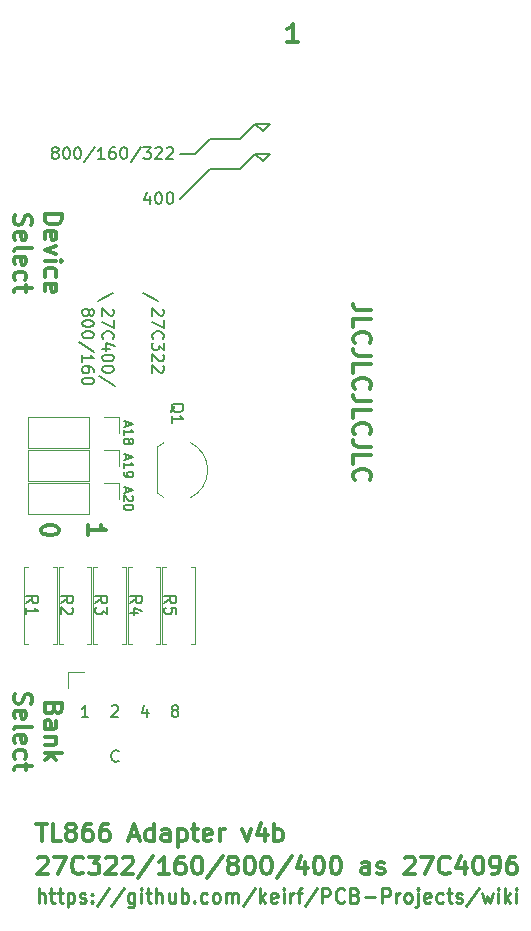
<source format=gto>
G04 #@! TF.GenerationSoftware,KiCad,Pcbnew,(5.1.6-0-10_14)*
G04 #@! TF.CreationDate,2021-01-24T22:58:42+01:00*
G04 #@! TF.ProjectId,27c322,32376333-3232-42e6-9b69-6361645f7063,rev?*
G04 #@! TF.SameCoordinates,Original*
G04 #@! TF.FileFunction,Legend,Top*
G04 #@! TF.FilePolarity,Positive*
%FSLAX46Y46*%
G04 Gerber Fmt 4.6, Leading zero omitted, Abs format (unit mm)*
G04 Created by KiCad (PCBNEW (5.1.6-0-10_14)) date 2021-01-24 22:58:42*
%MOMM*%
%LPD*%
G01*
G04 APERTURE LIST*
%ADD10C,0.300000*%
%ADD11C,0.200000*%
%ADD12C,0.250000*%
%ADD13C,0.120000*%
%ADD14C,0.150000*%
G04 APERTURE END LIST*
D10*
X145728428Y-77399428D02*
X144657000Y-77399428D01*
X144442714Y-77328000D01*
X144299857Y-77185142D01*
X144228428Y-76970857D01*
X144228428Y-76828000D01*
X144228428Y-78828000D02*
X144228428Y-78113714D01*
X145728428Y-78113714D01*
X144371285Y-80185142D02*
X144299857Y-80113714D01*
X144228428Y-79899428D01*
X144228428Y-79756571D01*
X144299857Y-79542285D01*
X144442714Y-79399428D01*
X144585571Y-79328000D01*
X144871285Y-79256571D01*
X145085571Y-79256571D01*
X145371285Y-79328000D01*
X145514142Y-79399428D01*
X145657000Y-79542285D01*
X145728428Y-79756571D01*
X145728428Y-79899428D01*
X145657000Y-80113714D01*
X145585571Y-80185142D01*
X145728428Y-81256571D02*
X144657000Y-81256571D01*
X144442714Y-81185142D01*
X144299857Y-81042285D01*
X144228428Y-80828000D01*
X144228428Y-80685142D01*
X144228428Y-82685142D02*
X144228428Y-81970857D01*
X145728428Y-81970857D01*
X144371285Y-84042285D02*
X144299857Y-83970857D01*
X144228428Y-83756571D01*
X144228428Y-83613714D01*
X144299857Y-83399428D01*
X144442714Y-83256571D01*
X144585571Y-83185142D01*
X144871285Y-83113714D01*
X145085571Y-83113714D01*
X145371285Y-83185142D01*
X145514142Y-83256571D01*
X145657000Y-83399428D01*
X145728428Y-83613714D01*
X145728428Y-83756571D01*
X145657000Y-83970857D01*
X145585571Y-84042285D01*
X145728428Y-85113714D02*
X144657000Y-85113714D01*
X144442714Y-85042285D01*
X144299857Y-84899428D01*
X144228428Y-84685142D01*
X144228428Y-84542285D01*
X144228428Y-86542285D02*
X144228428Y-85828000D01*
X145728428Y-85828000D01*
X144371285Y-87899428D02*
X144299857Y-87828000D01*
X144228428Y-87613714D01*
X144228428Y-87470857D01*
X144299857Y-87256571D01*
X144442714Y-87113714D01*
X144585571Y-87042285D01*
X144871285Y-86970857D01*
X145085571Y-86970857D01*
X145371285Y-87042285D01*
X145514142Y-87113714D01*
X145657000Y-87256571D01*
X145728428Y-87470857D01*
X145728428Y-87613714D01*
X145657000Y-87828000D01*
X145585571Y-87899428D01*
X145728428Y-88970857D02*
X144657000Y-88970857D01*
X144442714Y-88899428D01*
X144299857Y-88756571D01*
X144228428Y-88542285D01*
X144228428Y-88399428D01*
X144228428Y-90399428D02*
X144228428Y-89685142D01*
X145728428Y-89685142D01*
X144371285Y-91756571D02*
X144299857Y-91685142D01*
X144228428Y-91470857D01*
X144228428Y-91328000D01*
X144299857Y-91113714D01*
X144442714Y-90970857D01*
X144585571Y-90899428D01*
X144871285Y-90828000D01*
X145085571Y-90828000D01*
X145371285Y-90899428D01*
X145514142Y-90970857D01*
X145657000Y-91113714D01*
X145728428Y-91328000D01*
X145728428Y-91470857D01*
X145657000Y-91685142D01*
X145585571Y-91756571D01*
X121749428Y-96440571D02*
X121749428Y-95583428D01*
X121749428Y-96012000D02*
X123249428Y-96012000D01*
X123035142Y-95869142D01*
X122892285Y-95726285D01*
X122820857Y-95583428D01*
X117796571Y-96083428D02*
X117796571Y-95940571D01*
X117868000Y-95797714D01*
X117939428Y-95726285D01*
X118082285Y-95654857D01*
X118368000Y-95583428D01*
X118725142Y-95583428D01*
X119010857Y-95654857D01*
X119153714Y-95726285D01*
X119225142Y-95797714D01*
X119296571Y-95940571D01*
X119296571Y-96083428D01*
X119225142Y-96226285D01*
X119153714Y-96297714D01*
X119010857Y-96369142D01*
X118725142Y-96440571D01*
X118368000Y-96440571D01*
X118082285Y-96369142D01*
X117939428Y-96297714D01*
X117868000Y-96226285D01*
X117796571Y-96083428D01*
X117389000Y-120844571D02*
X118246142Y-120844571D01*
X117817571Y-122344571D02*
X117817571Y-120844571D01*
X119460428Y-122344571D02*
X118746142Y-122344571D01*
X118746142Y-120844571D01*
X120174714Y-121487428D02*
X120031857Y-121416000D01*
X119960428Y-121344571D01*
X119889000Y-121201714D01*
X119889000Y-121130285D01*
X119960428Y-120987428D01*
X120031857Y-120916000D01*
X120174714Y-120844571D01*
X120460428Y-120844571D01*
X120603285Y-120916000D01*
X120674714Y-120987428D01*
X120746142Y-121130285D01*
X120746142Y-121201714D01*
X120674714Y-121344571D01*
X120603285Y-121416000D01*
X120460428Y-121487428D01*
X120174714Y-121487428D01*
X120031857Y-121558857D01*
X119960428Y-121630285D01*
X119889000Y-121773142D01*
X119889000Y-122058857D01*
X119960428Y-122201714D01*
X120031857Y-122273142D01*
X120174714Y-122344571D01*
X120460428Y-122344571D01*
X120603285Y-122273142D01*
X120674714Y-122201714D01*
X120746142Y-122058857D01*
X120746142Y-121773142D01*
X120674714Y-121630285D01*
X120603285Y-121558857D01*
X120460428Y-121487428D01*
X122031857Y-120844571D02*
X121746142Y-120844571D01*
X121603285Y-120916000D01*
X121531857Y-120987428D01*
X121389000Y-121201714D01*
X121317571Y-121487428D01*
X121317571Y-122058857D01*
X121389000Y-122201714D01*
X121460428Y-122273142D01*
X121603285Y-122344571D01*
X121889000Y-122344571D01*
X122031857Y-122273142D01*
X122103285Y-122201714D01*
X122174714Y-122058857D01*
X122174714Y-121701714D01*
X122103285Y-121558857D01*
X122031857Y-121487428D01*
X121889000Y-121416000D01*
X121603285Y-121416000D01*
X121460428Y-121487428D01*
X121389000Y-121558857D01*
X121317571Y-121701714D01*
X123460428Y-120844571D02*
X123174714Y-120844571D01*
X123031857Y-120916000D01*
X122960428Y-120987428D01*
X122817571Y-121201714D01*
X122746142Y-121487428D01*
X122746142Y-122058857D01*
X122817571Y-122201714D01*
X122889000Y-122273142D01*
X123031857Y-122344571D01*
X123317571Y-122344571D01*
X123460428Y-122273142D01*
X123531857Y-122201714D01*
X123603285Y-122058857D01*
X123603285Y-121701714D01*
X123531857Y-121558857D01*
X123460428Y-121487428D01*
X123317571Y-121416000D01*
X123031857Y-121416000D01*
X122889000Y-121487428D01*
X122817571Y-121558857D01*
X122746142Y-121701714D01*
X125317571Y-121916000D02*
X126031857Y-121916000D01*
X125174714Y-122344571D02*
X125674714Y-120844571D01*
X126174714Y-122344571D01*
X127317571Y-122344571D02*
X127317571Y-120844571D01*
X127317571Y-122273142D02*
X127174714Y-122344571D01*
X126889000Y-122344571D01*
X126746142Y-122273142D01*
X126674714Y-122201714D01*
X126603285Y-122058857D01*
X126603285Y-121630285D01*
X126674714Y-121487428D01*
X126746142Y-121416000D01*
X126889000Y-121344571D01*
X127174714Y-121344571D01*
X127317571Y-121416000D01*
X128674714Y-122344571D02*
X128674714Y-121558857D01*
X128603285Y-121416000D01*
X128460428Y-121344571D01*
X128174714Y-121344571D01*
X128031857Y-121416000D01*
X128674714Y-122273142D02*
X128531857Y-122344571D01*
X128174714Y-122344571D01*
X128031857Y-122273142D01*
X127960428Y-122130285D01*
X127960428Y-121987428D01*
X128031857Y-121844571D01*
X128174714Y-121773142D01*
X128531857Y-121773142D01*
X128674714Y-121701714D01*
X129388999Y-121344571D02*
X129388999Y-122844571D01*
X129388999Y-121416000D02*
X129531857Y-121344571D01*
X129817571Y-121344571D01*
X129960428Y-121416000D01*
X130031857Y-121487428D01*
X130103285Y-121630285D01*
X130103285Y-122058857D01*
X130031857Y-122201714D01*
X129960428Y-122273142D01*
X129817571Y-122344571D01*
X129531857Y-122344571D01*
X129388999Y-122273142D01*
X130531857Y-121344571D02*
X131103285Y-121344571D01*
X130746142Y-120844571D02*
X130746142Y-122130285D01*
X130817571Y-122273142D01*
X130960428Y-122344571D01*
X131103285Y-122344571D01*
X132174714Y-122273142D02*
X132031857Y-122344571D01*
X131746142Y-122344571D01*
X131603285Y-122273142D01*
X131531857Y-122130285D01*
X131531857Y-121558857D01*
X131603285Y-121416000D01*
X131746142Y-121344571D01*
X132031857Y-121344571D01*
X132174714Y-121416000D01*
X132246142Y-121558857D01*
X132246142Y-121701714D01*
X131531857Y-121844571D01*
X132888999Y-122344571D02*
X132888999Y-121344571D01*
X132888999Y-121630285D02*
X132960428Y-121487428D01*
X133031857Y-121416000D01*
X133174714Y-121344571D01*
X133317571Y-121344571D01*
X134817571Y-121344571D02*
X135174714Y-122344571D01*
X135531857Y-121344571D01*
X136746142Y-121344571D02*
X136746142Y-122344571D01*
X136389000Y-120773142D02*
X136031857Y-121844571D01*
X136960428Y-121844571D01*
X137531857Y-122344571D02*
X137531857Y-120844571D01*
X137531857Y-121416000D02*
X137674714Y-121344571D01*
X137960428Y-121344571D01*
X138103285Y-121416000D01*
X138174714Y-121487428D01*
X138246142Y-121630285D01*
X138246142Y-122058857D01*
X138174714Y-122201714D01*
X138103285Y-122273142D01*
X137960428Y-122344571D01*
X137674714Y-122344571D01*
X137531857Y-122273142D01*
X118857142Y-111172857D02*
X118785714Y-111387142D01*
X118714285Y-111458571D01*
X118571428Y-111530000D01*
X118357142Y-111530000D01*
X118214285Y-111458571D01*
X118142857Y-111387142D01*
X118071428Y-111244285D01*
X118071428Y-110672857D01*
X119571428Y-110672857D01*
X119571428Y-111172857D01*
X119500000Y-111315714D01*
X119428571Y-111387142D01*
X119285714Y-111458571D01*
X119142857Y-111458571D01*
X119000000Y-111387142D01*
X118928571Y-111315714D01*
X118857142Y-111172857D01*
X118857142Y-110672857D01*
X118071428Y-112815714D02*
X118857142Y-112815714D01*
X119000000Y-112744285D01*
X119071428Y-112601428D01*
X119071428Y-112315714D01*
X119000000Y-112172857D01*
X118142857Y-112815714D02*
X118071428Y-112672857D01*
X118071428Y-112315714D01*
X118142857Y-112172857D01*
X118285714Y-112101428D01*
X118428571Y-112101428D01*
X118571428Y-112172857D01*
X118642857Y-112315714D01*
X118642857Y-112672857D01*
X118714285Y-112815714D01*
X119071428Y-113530000D02*
X118071428Y-113530000D01*
X118928571Y-113530000D02*
X119000000Y-113601428D01*
X119071428Y-113744285D01*
X119071428Y-113958571D01*
X119000000Y-114101428D01*
X118857142Y-114172857D01*
X118071428Y-114172857D01*
X118071428Y-114887142D02*
X119571428Y-114887142D01*
X118642857Y-115030000D02*
X118071428Y-115458571D01*
X119071428Y-115458571D02*
X118500000Y-114887142D01*
X115592857Y-109851428D02*
X115521428Y-110065714D01*
X115521428Y-110422857D01*
X115592857Y-110565714D01*
X115664285Y-110637142D01*
X115807142Y-110708571D01*
X115950000Y-110708571D01*
X116092857Y-110637142D01*
X116164285Y-110565714D01*
X116235714Y-110422857D01*
X116307142Y-110137142D01*
X116378571Y-109994285D01*
X116450000Y-109922857D01*
X116592857Y-109851428D01*
X116735714Y-109851428D01*
X116878571Y-109922857D01*
X116950000Y-109994285D01*
X117021428Y-110137142D01*
X117021428Y-110494285D01*
X116950000Y-110708571D01*
X115592857Y-111922857D02*
X115521428Y-111780000D01*
X115521428Y-111494285D01*
X115592857Y-111351428D01*
X115735714Y-111280000D01*
X116307142Y-111280000D01*
X116450000Y-111351428D01*
X116521428Y-111494285D01*
X116521428Y-111780000D01*
X116450000Y-111922857D01*
X116307142Y-111994285D01*
X116164285Y-111994285D01*
X116021428Y-111280000D01*
X115521428Y-112851428D02*
X115592857Y-112708571D01*
X115735714Y-112637142D01*
X117021428Y-112637142D01*
X115592857Y-113994285D02*
X115521428Y-113851428D01*
X115521428Y-113565714D01*
X115592857Y-113422857D01*
X115735714Y-113351428D01*
X116307142Y-113351428D01*
X116450000Y-113422857D01*
X116521428Y-113565714D01*
X116521428Y-113851428D01*
X116450000Y-113994285D01*
X116307142Y-114065714D01*
X116164285Y-114065714D01*
X116021428Y-113351428D01*
X115592857Y-115351428D02*
X115521428Y-115208571D01*
X115521428Y-114922857D01*
X115592857Y-114780000D01*
X115664285Y-114708571D01*
X115807142Y-114637142D01*
X116235714Y-114637142D01*
X116378571Y-114708571D01*
X116450000Y-114780000D01*
X116521428Y-114922857D01*
X116521428Y-115208571D01*
X116450000Y-115351428D01*
X116521428Y-115780000D02*
X116521428Y-116351428D01*
X117021428Y-115994285D02*
X115735714Y-115994285D01*
X115592857Y-116065714D01*
X115521428Y-116208571D01*
X115521428Y-116351428D01*
X118071428Y-69267000D02*
X119571428Y-69267000D01*
X119571428Y-69624142D01*
X119500000Y-69838428D01*
X119357142Y-69981285D01*
X119214285Y-70052714D01*
X118928571Y-70124142D01*
X118714285Y-70124142D01*
X118428571Y-70052714D01*
X118285714Y-69981285D01*
X118142857Y-69838428D01*
X118071428Y-69624142D01*
X118071428Y-69267000D01*
X118142857Y-71338428D02*
X118071428Y-71195571D01*
X118071428Y-70909857D01*
X118142857Y-70767000D01*
X118285714Y-70695571D01*
X118857142Y-70695571D01*
X119000000Y-70767000D01*
X119071428Y-70909857D01*
X119071428Y-71195571D01*
X119000000Y-71338428D01*
X118857142Y-71409857D01*
X118714285Y-71409857D01*
X118571428Y-70695571D01*
X119071428Y-71909857D02*
X118071428Y-72267000D01*
X119071428Y-72624142D01*
X118071428Y-73195571D02*
X119071428Y-73195571D01*
X119571428Y-73195571D02*
X119500000Y-73124142D01*
X119428571Y-73195571D01*
X119500000Y-73267000D01*
X119571428Y-73195571D01*
X119428571Y-73195571D01*
X118142857Y-74552714D02*
X118071428Y-74409857D01*
X118071428Y-74124142D01*
X118142857Y-73981285D01*
X118214285Y-73909857D01*
X118357142Y-73838428D01*
X118785714Y-73838428D01*
X118928571Y-73909857D01*
X119000000Y-73981285D01*
X119071428Y-74124142D01*
X119071428Y-74409857D01*
X119000000Y-74552714D01*
X118142857Y-75767000D02*
X118071428Y-75624142D01*
X118071428Y-75338428D01*
X118142857Y-75195571D01*
X118285714Y-75124142D01*
X118857142Y-75124142D01*
X119000000Y-75195571D01*
X119071428Y-75338428D01*
X119071428Y-75624142D01*
X119000000Y-75767000D01*
X118857142Y-75838428D01*
X118714285Y-75838428D01*
X118571428Y-75124142D01*
X115592857Y-69338428D02*
X115521428Y-69552714D01*
X115521428Y-69909857D01*
X115592857Y-70052714D01*
X115664285Y-70124142D01*
X115807142Y-70195571D01*
X115950000Y-70195571D01*
X116092857Y-70124142D01*
X116164285Y-70052714D01*
X116235714Y-69909857D01*
X116307142Y-69624142D01*
X116378571Y-69481285D01*
X116450000Y-69409857D01*
X116592857Y-69338428D01*
X116735714Y-69338428D01*
X116878571Y-69409857D01*
X116950000Y-69481285D01*
X117021428Y-69624142D01*
X117021428Y-69981285D01*
X116950000Y-70195571D01*
X115592857Y-71409857D02*
X115521428Y-71267000D01*
X115521428Y-70981285D01*
X115592857Y-70838428D01*
X115735714Y-70767000D01*
X116307142Y-70767000D01*
X116450000Y-70838428D01*
X116521428Y-70981285D01*
X116521428Y-71267000D01*
X116450000Y-71409857D01*
X116307142Y-71481285D01*
X116164285Y-71481285D01*
X116021428Y-70767000D01*
X115521428Y-72338428D02*
X115592857Y-72195571D01*
X115735714Y-72124142D01*
X117021428Y-72124142D01*
X115592857Y-73481285D02*
X115521428Y-73338428D01*
X115521428Y-73052714D01*
X115592857Y-72909857D01*
X115735714Y-72838428D01*
X116307142Y-72838428D01*
X116450000Y-72909857D01*
X116521428Y-73052714D01*
X116521428Y-73338428D01*
X116450000Y-73481285D01*
X116307142Y-73552714D01*
X116164285Y-73552714D01*
X116021428Y-72838428D01*
X115592857Y-74838428D02*
X115521428Y-74695571D01*
X115521428Y-74409857D01*
X115592857Y-74267000D01*
X115664285Y-74195571D01*
X115807142Y-74124142D01*
X116235714Y-74124142D01*
X116378571Y-74195571D01*
X116450000Y-74267000D01*
X116521428Y-74409857D01*
X116521428Y-74695571D01*
X116450000Y-74838428D01*
X116521428Y-75267000D02*
X116521428Y-75838428D01*
X117021428Y-75481285D02*
X115735714Y-75481285D01*
X115592857Y-75552714D01*
X115521428Y-75695571D01*
X115521428Y-75838428D01*
D11*
X127635000Y-76581000D02*
X126365000Y-75946000D01*
X122555000Y-76581000D02*
X123825000Y-75946000D01*
X123857380Y-77282476D02*
X123905000Y-77330095D01*
X123952619Y-77425333D01*
X123952619Y-77663428D01*
X123905000Y-77758666D01*
X123857380Y-77806285D01*
X123762142Y-77853904D01*
X123666904Y-77853904D01*
X123524047Y-77806285D01*
X122952619Y-77234857D01*
X122952619Y-77853904D01*
X123952619Y-78187238D02*
X123952619Y-78853904D01*
X122952619Y-78425333D01*
X123047857Y-79806285D02*
X123000238Y-79758666D01*
X122952619Y-79615809D01*
X122952619Y-79520571D01*
X123000238Y-79377714D01*
X123095476Y-79282476D01*
X123190714Y-79234857D01*
X123381190Y-79187238D01*
X123524047Y-79187238D01*
X123714523Y-79234857D01*
X123809761Y-79282476D01*
X123905000Y-79377714D01*
X123952619Y-79520571D01*
X123952619Y-79615809D01*
X123905000Y-79758666D01*
X123857380Y-79806285D01*
X123619285Y-80663428D02*
X122952619Y-80663428D01*
X124000238Y-80425333D02*
X123285952Y-80187238D01*
X123285952Y-80806285D01*
X123952619Y-81377714D02*
X123952619Y-81472952D01*
X123905000Y-81568190D01*
X123857380Y-81615809D01*
X123762142Y-81663428D01*
X123571666Y-81711047D01*
X123333571Y-81711047D01*
X123143095Y-81663428D01*
X123047857Y-81615809D01*
X123000238Y-81568190D01*
X122952619Y-81472952D01*
X122952619Y-81377714D01*
X123000238Y-81282476D01*
X123047857Y-81234857D01*
X123143095Y-81187238D01*
X123333571Y-81139619D01*
X123571666Y-81139619D01*
X123762142Y-81187238D01*
X123857380Y-81234857D01*
X123905000Y-81282476D01*
X123952619Y-81377714D01*
X123952619Y-82330095D02*
X123952619Y-82425333D01*
X123905000Y-82520571D01*
X123857380Y-82568190D01*
X123762142Y-82615809D01*
X123571666Y-82663428D01*
X123333571Y-82663428D01*
X123143095Y-82615809D01*
X123047857Y-82568190D01*
X123000238Y-82520571D01*
X122952619Y-82425333D01*
X122952619Y-82330095D01*
X123000238Y-82234857D01*
X123047857Y-82187238D01*
X123143095Y-82139619D01*
X123333571Y-82092000D01*
X123571666Y-82092000D01*
X123762142Y-82139619D01*
X123857380Y-82187238D01*
X123905000Y-82234857D01*
X123952619Y-82330095D01*
X124000238Y-83806285D02*
X122714523Y-82949142D01*
X121824047Y-77472952D02*
X121871666Y-77377714D01*
X121919285Y-77330095D01*
X122014523Y-77282476D01*
X122062142Y-77282476D01*
X122157380Y-77330095D01*
X122205000Y-77377714D01*
X122252619Y-77472952D01*
X122252619Y-77663428D01*
X122205000Y-77758666D01*
X122157380Y-77806285D01*
X122062142Y-77853904D01*
X122014523Y-77853904D01*
X121919285Y-77806285D01*
X121871666Y-77758666D01*
X121824047Y-77663428D01*
X121824047Y-77472952D01*
X121776428Y-77377714D01*
X121728809Y-77330095D01*
X121633571Y-77282476D01*
X121443095Y-77282476D01*
X121347857Y-77330095D01*
X121300238Y-77377714D01*
X121252619Y-77472952D01*
X121252619Y-77663428D01*
X121300238Y-77758666D01*
X121347857Y-77806285D01*
X121443095Y-77853904D01*
X121633571Y-77853904D01*
X121728809Y-77806285D01*
X121776428Y-77758666D01*
X121824047Y-77663428D01*
X122252619Y-78472952D02*
X122252619Y-78568190D01*
X122205000Y-78663428D01*
X122157380Y-78711047D01*
X122062142Y-78758666D01*
X121871666Y-78806285D01*
X121633571Y-78806285D01*
X121443095Y-78758666D01*
X121347857Y-78711047D01*
X121300238Y-78663428D01*
X121252619Y-78568190D01*
X121252619Y-78472952D01*
X121300238Y-78377714D01*
X121347857Y-78330095D01*
X121443095Y-78282476D01*
X121633571Y-78234857D01*
X121871666Y-78234857D01*
X122062142Y-78282476D01*
X122157380Y-78330095D01*
X122205000Y-78377714D01*
X122252619Y-78472952D01*
X122252619Y-79425333D02*
X122252619Y-79520571D01*
X122205000Y-79615809D01*
X122157380Y-79663428D01*
X122062142Y-79711047D01*
X121871666Y-79758666D01*
X121633571Y-79758666D01*
X121443095Y-79711047D01*
X121347857Y-79663428D01*
X121300238Y-79615809D01*
X121252619Y-79520571D01*
X121252619Y-79425333D01*
X121300238Y-79330095D01*
X121347857Y-79282476D01*
X121443095Y-79234857D01*
X121633571Y-79187238D01*
X121871666Y-79187238D01*
X122062142Y-79234857D01*
X122157380Y-79282476D01*
X122205000Y-79330095D01*
X122252619Y-79425333D01*
X122300238Y-80901523D02*
X121014523Y-80044380D01*
X121252619Y-81758666D02*
X121252619Y-81187238D01*
X121252619Y-81472952D02*
X122252619Y-81472952D01*
X122109761Y-81377714D01*
X122014523Y-81282476D01*
X121966904Y-81187238D01*
X122252619Y-82615809D02*
X122252619Y-82425333D01*
X122205000Y-82330095D01*
X122157380Y-82282476D01*
X122014523Y-82187238D01*
X121824047Y-82139619D01*
X121443095Y-82139619D01*
X121347857Y-82187238D01*
X121300238Y-82234857D01*
X121252619Y-82330095D01*
X121252619Y-82520571D01*
X121300238Y-82615809D01*
X121347857Y-82663428D01*
X121443095Y-82711047D01*
X121681190Y-82711047D01*
X121776428Y-82663428D01*
X121824047Y-82615809D01*
X121871666Y-82520571D01*
X121871666Y-82330095D01*
X121824047Y-82234857D01*
X121776428Y-82187238D01*
X121681190Y-82139619D01*
X122252619Y-83330095D02*
X122252619Y-83425333D01*
X122205000Y-83520571D01*
X122157380Y-83568190D01*
X122062142Y-83615809D01*
X121871666Y-83663428D01*
X121633571Y-83663428D01*
X121443095Y-83615809D01*
X121347857Y-83568190D01*
X121300238Y-83520571D01*
X121252619Y-83425333D01*
X121252619Y-83330095D01*
X121300238Y-83234857D01*
X121347857Y-83187238D01*
X121443095Y-83139619D01*
X121633571Y-83092000D01*
X121871666Y-83092000D01*
X122062142Y-83139619D01*
X122157380Y-83187238D01*
X122205000Y-83234857D01*
X122252619Y-83330095D01*
X128087380Y-77282476D02*
X128135000Y-77330095D01*
X128182619Y-77425333D01*
X128182619Y-77663428D01*
X128135000Y-77758666D01*
X128087380Y-77806285D01*
X127992142Y-77853904D01*
X127896904Y-77853904D01*
X127754047Y-77806285D01*
X127182619Y-77234857D01*
X127182619Y-77853904D01*
X128182619Y-78187238D02*
X128182619Y-78853904D01*
X127182619Y-78425333D01*
X127277857Y-79806285D02*
X127230238Y-79758666D01*
X127182619Y-79615809D01*
X127182619Y-79520571D01*
X127230238Y-79377714D01*
X127325476Y-79282476D01*
X127420714Y-79234857D01*
X127611190Y-79187238D01*
X127754047Y-79187238D01*
X127944523Y-79234857D01*
X128039761Y-79282476D01*
X128135000Y-79377714D01*
X128182619Y-79520571D01*
X128182619Y-79615809D01*
X128135000Y-79758666D01*
X128087380Y-79806285D01*
X128182619Y-80139619D02*
X128182619Y-80758666D01*
X127801666Y-80425333D01*
X127801666Y-80568190D01*
X127754047Y-80663428D01*
X127706428Y-80711047D01*
X127611190Y-80758666D01*
X127373095Y-80758666D01*
X127277857Y-80711047D01*
X127230238Y-80663428D01*
X127182619Y-80568190D01*
X127182619Y-80282476D01*
X127230238Y-80187238D01*
X127277857Y-80139619D01*
X128087380Y-81139619D02*
X128135000Y-81187238D01*
X128182619Y-81282476D01*
X128182619Y-81520571D01*
X128135000Y-81615809D01*
X128087380Y-81663428D01*
X127992142Y-81711047D01*
X127896904Y-81711047D01*
X127754047Y-81663428D01*
X127182619Y-81092000D01*
X127182619Y-81711047D01*
X128087380Y-82092000D02*
X128135000Y-82139619D01*
X128182619Y-82234857D01*
X128182619Y-82472952D01*
X128135000Y-82568190D01*
X128087380Y-82615809D01*
X127992142Y-82663428D01*
X127896904Y-82663428D01*
X127754047Y-82615809D01*
X127182619Y-82044380D01*
X127182619Y-82663428D01*
X136525000Y-62230000D02*
X135890000Y-61595000D01*
X137160000Y-61595000D02*
X136525000Y-62230000D01*
X135890000Y-61595000D02*
X137160000Y-61595000D01*
X130810000Y-64135000D02*
X129540000Y-64135000D01*
D10*
X139493571Y-54653571D02*
X138636428Y-54653571D01*
X139065000Y-54653571D02*
X139065000Y-53153571D01*
X138922142Y-53367857D01*
X138779285Y-53510714D01*
X138636428Y-53582142D01*
D11*
X132080000Y-62865000D02*
X130810000Y-64135000D01*
X134620000Y-62865000D02*
X132080000Y-62865000D01*
X132080000Y-65405000D02*
X129540000Y-67945000D01*
X134620000Y-65405000D02*
X132080000Y-65405000D01*
X136525000Y-64770000D02*
X135890000Y-64135000D01*
X137160000Y-64135000D02*
X136525000Y-64770000D01*
X135890000Y-64135000D02*
X137160000Y-64135000D01*
X134620000Y-65405000D02*
X135890000Y-64135000D01*
X134620000Y-62865000D02*
X135890000Y-61595000D01*
X126971166Y-67730714D02*
X126971166Y-68397380D01*
X126733071Y-67349761D02*
X126494976Y-68064047D01*
X127114023Y-68064047D01*
X127685452Y-67397380D02*
X127780690Y-67397380D01*
X127875928Y-67445000D01*
X127923547Y-67492619D01*
X127971166Y-67587857D01*
X128018785Y-67778333D01*
X128018785Y-68016428D01*
X127971166Y-68206904D01*
X127923547Y-68302142D01*
X127875928Y-68349761D01*
X127780690Y-68397380D01*
X127685452Y-68397380D01*
X127590214Y-68349761D01*
X127542595Y-68302142D01*
X127494976Y-68206904D01*
X127447357Y-68016428D01*
X127447357Y-67778333D01*
X127494976Y-67587857D01*
X127542595Y-67492619D01*
X127590214Y-67445000D01*
X127685452Y-67397380D01*
X128637833Y-67397380D02*
X128733071Y-67397380D01*
X128828309Y-67445000D01*
X128875928Y-67492619D01*
X128923547Y-67587857D01*
X128971166Y-67778333D01*
X128971166Y-68016428D01*
X128923547Y-68206904D01*
X128875928Y-68302142D01*
X128828309Y-68349761D01*
X128733071Y-68397380D01*
X128637833Y-68397380D01*
X128542595Y-68349761D01*
X128494976Y-68302142D01*
X128447357Y-68206904D01*
X128399738Y-68016428D01*
X128399738Y-67778333D01*
X128447357Y-67587857D01*
X128494976Y-67492619D01*
X128542595Y-67445000D01*
X128637833Y-67397380D01*
X118874952Y-64015952D02*
X118779714Y-63968333D01*
X118732095Y-63920714D01*
X118684476Y-63825476D01*
X118684476Y-63777857D01*
X118732095Y-63682619D01*
X118779714Y-63635000D01*
X118874952Y-63587380D01*
X119065428Y-63587380D01*
X119160666Y-63635000D01*
X119208285Y-63682619D01*
X119255904Y-63777857D01*
X119255904Y-63825476D01*
X119208285Y-63920714D01*
X119160666Y-63968333D01*
X119065428Y-64015952D01*
X118874952Y-64015952D01*
X118779714Y-64063571D01*
X118732095Y-64111190D01*
X118684476Y-64206428D01*
X118684476Y-64396904D01*
X118732095Y-64492142D01*
X118779714Y-64539761D01*
X118874952Y-64587380D01*
X119065428Y-64587380D01*
X119160666Y-64539761D01*
X119208285Y-64492142D01*
X119255904Y-64396904D01*
X119255904Y-64206428D01*
X119208285Y-64111190D01*
X119160666Y-64063571D01*
X119065428Y-64015952D01*
X119874952Y-63587380D02*
X119970190Y-63587380D01*
X120065428Y-63635000D01*
X120113047Y-63682619D01*
X120160666Y-63777857D01*
X120208285Y-63968333D01*
X120208285Y-64206428D01*
X120160666Y-64396904D01*
X120113047Y-64492142D01*
X120065428Y-64539761D01*
X119970190Y-64587380D01*
X119874952Y-64587380D01*
X119779714Y-64539761D01*
X119732095Y-64492142D01*
X119684476Y-64396904D01*
X119636857Y-64206428D01*
X119636857Y-63968333D01*
X119684476Y-63777857D01*
X119732095Y-63682619D01*
X119779714Y-63635000D01*
X119874952Y-63587380D01*
X120827333Y-63587380D02*
X120922571Y-63587380D01*
X121017809Y-63635000D01*
X121065428Y-63682619D01*
X121113047Y-63777857D01*
X121160666Y-63968333D01*
X121160666Y-64206428D01*
X121113047Y-64396904D01*
X121065428Y-64492142D01*
X121017809Y-64539761D01*
X120922571Y-64587380D01*
X120827333Y-64587380D01*
X120732095Y-64539761D01*
X120684476Y-64492142D01*
X120636857Y-64396904D01*
X120589238Y-64206428D01*
X120589238Y-63968333D01*
X120636857Y-63777857D01*
X120684476Y-63682619D01*
X120732095Y-63635000D01*
X120827333Y-63587380D01*
X122303523Y-63539761D02*
X121446380Y-64825476D01*
X123160666Y-64587380D02*
X122589238Y-64587380D01*
X122874952Y-64587380D02*
X122874952Y-63587380D01*
X122779714Y-63730238D01*
X122684476Y-63825476D01*
X122589238Y-63873095D01*
X124017809Y-63587380D02*
X123827333Y-63587380D01*
X123732095Y-63635000D01*
X123684476Y-63682619D01*
X123589238Y-63825476D01*
X123541619Y-64015952D01*
X123541619Y-64396904D01*
X123589238Y-64492142D01*
X123636857Y-64539761D01*
X123732095Y-64587380D01*
X123922571Y-64587380D01*
X124017809Y-64539761D01*
X124065428Y-64492142D01*
X124113047Y-64396904D01*
X124113047Y-64158809D01*
X124065428Y-64063571D01*
X124017809Y-64015952D01*
X123922571Y-63968333D01*
X123732095Y-63968333D01*
X123636857Y-64015952D01*
X123589238Y-64063571D01*
X123541619Y-64158809D01*
X124732095Y-63587380D02*
X124827333Y-63587380D01*
X124922571Y-63635000D01*
X124970190Y-63682619D01*
X125017809Y-63777857D01*
X125065428Y-63968333D01*
X125065428Y-64206428D01*
X125017809Y-64396904D01*
X124970190Y-64492142D01*
X124922571Y-64539761D01*
X124827333Y-64587380D01*
X124732095Y-64587380D01*
X124636857Y-64539761D01*
X124589238Y-64492142D01*
X124541619Y-64396904D01*
X124494000Y-64206428D01*
X124494000Y-63968333D01*
X124541619Y-63777857D01*
X124589238Y-63682619D01*
X124636857Y-63635000D01*
X124732095Y-63587380D01*
X126208285Y-63539761D02*
X125351142Y-64825476D01*
X126446380Y-63587380D02*
X127065428Y-63587380D01*
X126732095Y-63968333D01*
X126874952Y-63968333D01*
X126970190Y-64015952D01*
X127017809Y-64063571D01*
X127065428Y-64158809D01*
X127065428Y-64396904D01*
X127017809Y-64492142D01*
X126970190Y-64539761D01*
X126874952Y-64587380D01*
X126589238Y-64587380D01*
X126494000Y-64539761D01*
X126446380Y-64492142D01*
X127446380Y-63682619D02*
X127494000Y-63635000D01*
X127589238Y-63587380D01*
X127827333Y-63587380D01*
X127922571Y-63635000D01*
X127970190Y-63682619D01*
X128017809Y-63777857D01*
X128017809Y-63873095D01*
X127970190Y-64015952D01*
X127398761Y-64587380D01*
X128017809Y-64587380D01*
X128398761Y-63682619D02*
X128446380Y-63635000D01*
X128541619Y-63587380D01*
X128779714Y-63587380D01*
X128874952Y-63635000D01*
X128922571Y-63682619D01*
X128970190Y-63777857D01*
X128970190Y-63873095D01*
X128922571Y-64015952D01*
X128351142Y-64587380D01*
X128970190Y-64587380D01*
D12*
X117566428Y-127542857D02*
X117566428Y-126342857D01*
X118080714Y-127542857D02*
X118080714Y-126914285D01*
X118023571Y-126800000D01*
X117909285Y-126742857D01*
X117737857Y-126742857D01*
X117623571Y-126800000D01*
X117566428Y-126857142D01*
X118480714Y-126742857D02*
X118937857Y-126742857D01*
X118652142Y-126342857D02*
X118652142Y-127371428D01*
X118709285Y-127485714D01*
X118823571Y-127542857D01*
X118937857Y-127542857D01*
X119166428Y-126742857D02*
X119623571Y-126742857D01*
X119337857Y-126342857D02*
X119337857Y-127371428D01*
X119395000Y-127485714D01*
X119509285Y-127542857D01*
X119623571Y-127542857D01*
X120023571Y-126742857D02*
X120023571Y-127942857D01*
X120023571Y-126800000D02*
X120137857Y-126742857D01*
X120366428Y-126742857D01*
X120480714Y-126800000D01*
X120537857Y-126857142D01*
X120595000Y-126971428D01*
X120595000Y-127314285D01*
X120537857Y-127428571D01*
X120480714Y-127485714D01*
X120366428Y-127542857D01*
X120137857Y-127542857D01*
X120023571Y-127485714D01*
X121052142Y-127485714D02*
X121166428Y-127542857D01*
X121395000Y-127542857D01*
X121509285Y-127485714D01*
X121566428Y-127371428D01*
X121566428Y-127314285D01*
X121509285Y-127200000D01*
X121395000Y-127142857D01*
X121223571Y-127142857D01*
X121109285Y-127085714D01*
X121052142Y-126971428D01*
X121052142Y-126914285D01*
X121109285Y-126800000D01*
X121223571Y-126742857D01*
X121395000Y-126742857D01*
X121509285Y-126800000D01*
X122080714Y-127428571D02*
X122137857Y-127485714D01*
X122080714Y-127542857D01*
X122023571Y-127485714D01*
X122080714Y-127428571D01*
X122080714Y-127542857D01*
X122080714Y-126800000D02*
X122137857Y-126857142D01*
X122080714Y-126914285D01*
X122023571Y-126857142D01*
X122080714Y-126800000D01*
X122080714Y-126914285D01*
X123509285Y-126285714D02*
X122480714Y-127828571D01*
X124766428Y-126285714D02*
X123737857Y-127828571D01*
X125680714Y-126742857D02*
X125680714Y-127714285D01*
X125623571Y-127828571D01*
X125566428Y-127885714D01*
X125452142Y-127942857D01*
X125280714Y-127942857D01*
X125166428Y-127885714D01*
X125680714Y-127485714D02*
X125566428Y-127542857D01*
X125337857Y-127542857D01*
X125223571Y-127485714D01*
X125166428Y-127428571D01*
X125109285Y-127314285D01*
X125109285Y-126971428D01*
X125166428Y-126857142D01*
X125223571Y-126800000D01*
X125337857Y-126742857D01*
X125566428Y-126742857D01*
X125680714Y-126800000D01*
X126252142Y-127542857D02*
X126252142Y-126742857D01*
X126252142Y-126342857D02*
X126195000Y-126400000D01*
X126252142Y-126457142D01*
X126309285Y-126400000D01*
X126252142Y-126342857D01*
X126252142Y-126457142D01*
X126652142Y-126742857D02*
X127109285Y-126742857D01*
X126823571Y-126342857D02*
X126823571Y-127371428D01*
X126880714Y-127485714D01*
X126995000Y-127542857D01*
X127109285Y-127542857D01*
X127509285Y-127542857D02*
X127509285Y-126342857D01*
X128023571Y-127542857D02*
X128023571Y-126914285D01*
X127966428Y-126800000D01*
X127852142Y-126742857D01*
X127680714Y-126742857D01*
X127566428Y-126800000D01*
X127509285Y-126857142D01*
X129109285Y-126742857D02*
X129109285Y-127542857D01*
X128595000Y-126742857D02*
X128595000Y-127371428D01*
X128652142Y-127485714D01*
X128766428Y-127542857D01*
X128937857Y-127542857D01*
X129052142Y-127485714D01*
X129109285Y-127428571D01*
X129680714Y-127542857D02*
X129680714Y-126342857D01*
X129680714Y-126800000D02*
X129795000Y-126742857D01*
X130023571Y-126742857D01*
X130137857Y-126800000D01*
X130195000Y-126857142D01*
X130252142Y-126971428D01*
X130252142Y-127314285D01*
X130195000Y-127428571D01*
X130137857Y-127485714D01*
X130023571Y-127542857D01*
X129795000Y-127542857D01*
X129680714Y-127485714D01*
X130766428Y-127428571D02*
X130823571Y-127485714D01*
X130766428Y-127542857D01*
X130709285Y-127485714D01*
X130766428Y-127428571D01*
X130766428Y-127542857D01*
X131852142Y-127485714D02*
X131737857Y-127542857D01*
X131509285Y-127542857D01*
X131395000Y-127485714D01*
X131337857Y-127428571D01*
X131280714Y-127314285D01*
X131280714Y-126971428D01*
X131337857Y-126857142D01*
X131395000Y-126800000D01*
X131509285Y-126742857D01*
X131737857Y-126742857D01*
X131852142Y-126800000D01*
X132537857Y-127542857D02*
X132423571Y-127485714D01*
X132366428Y-127428571D01*
X132309285Y-127314285D01*
X132309285Y-126971428D01*
X132366428Y-126857142D01*
X132423571Y-126800000D01*
X132537857Y-126742857D01*
X132709285Y-126742857D01*
X132823571Y-126800000D01*
X132880714Y-126857142D01*
X132937857Y-126971428D01*
X132937857Y-127314285D01*
X132880714Y-127428571D01*
X132823571Y-127485714D01*
X132709285Y-127542857D01*
X132537857Y-127542857D01*
X133452142Y-127542857D02*
X133452142Y-126742857D01*
X133452142Y-126857142D02*
X133509285Y-126800000D01*
X133623571Y-126742857D01*
X133795000Y-126742857D01*
X133909285Y-126800000D01*
X133966428Y-126914285D01*
X133966428Y-127542857D01*
X133966428Y-126914285D02*
X134023571Y-126800000D01*
X134137857Y-126742857D01*
X134309285Y-126742857D01*
X134423571Y-126800000D01*
X134480714Y-126914285D01*
X134480714Y-127542857D01*
X135909285Y-126285714D02*
X134880714Y-127828571D01*
X136309285Y-127542857D02*
X136309285Y-126342857D01*
X136423571Y-127085714D02*
X136766428Y-127542857D01*
X136766428Y-126742857D02*
X136309285Y-127200000D01*
X137737857Y-127485714D02*
X137623571Y-127542857D01*
X137395000Y-127542857D01*
X137280714Y-127485714D01*
X137223571Y-127371428D01*
X137223571Y-126914285D01*
X137280714Y-126800000D01*
X137395000Y-126742857D01*
X137623571Y-126742857D01*
X137737857Y-126800000D01*
X137795000Y-126914285D01*
X137795000Y-127028571D01*
X137223571Y-127142857D01*
X138309285Y-127542857D02*
X138309285Y-126742857D01*
X138309285Y-126342857D02*
X138252142Y-126400000D01*
X138309285Y-126457142D01*
X138366428Y-126400000D01*
X138309285Y-126342857D01*
X138309285Y-126457142D01*
X138880714Y-127542857D02*
X138880714Y-126742857D01*
X138880714Y-126971428D02*
X138937857Y-126857142D01*
X138995000Y-126800000D01*
X139109285Y-126742857D01*
X139223571Y-126742857D01*
X139452142Y-126742857D02*
X139909285Y-126742857D01*
X139623571Y-127542857D02*
X139623571Y-126514285D01*
X139680714Y-126400000D01*
X139795000Y-126342857D01*
X139909285Y-126342857D01*
X141166428Y-126285714D02*
X140137857Y-127828571D01*
X141566428Y-127542857D02*
X141566428Y-126342857D01*
X142023571Y-126342857D01*
X142137857Y-126400000D01*
X142195000Y-126457142D01*
X142252142Y-126571428D01*
X142252142Y-126742857D01*
X142195000Y-126857142D01*
X142137857Y-126914285D01*
X142023571Y-126971428D01*
X141566428Y-126971428D01*
X143452142Y-127428571D02*
X143395000Y-127485714D01*
X143223571Y-127542857D01*
X143109285Y-127542857D01*
X142937857Y-127485714D01*
X142823571Y-127371428D01*
X142766428Y-127257142D01*
X142709285Y-127028571D01*
X142709285Y-126857142D01*
X142766428Y-126628571D01*
X142823571Y-126514285D01*
X142937857Y-126400000D01*
X143109285Y-126342857D01*
X143223571Y-126342857D01*
X143395000Y-126400000D01*
X143452142Y-126457142D01*
X144366428Y-126914285D02*
X144537857Y-126971428D01*
X144595000Y-127028571D01*
X144652142Y-127142857D01*
X144652142Y-127314285D01*
X144595000Y-127428571D01*
X144537857Y-127485714D01*
X144423571Y-127542857D01*
X143966428Y-127542857D01*
X143966428Y-126342857D01*
X144366428Y-126342857D01*
X144480714Y-126400000D01*
X144537857Y-126457142D01*
X144595000Y-126571428D01*
X144595000Y-126685714D01*
X144537857Y-126800000D01*
X144480714Y-126857142D01*
X144366428Y-126914285D01*
X143966428Y-126914285D01*
X145166428Y-127085714D02*
X146080714Y-127085714D01*
X146652142Y-127542857D02*
X146652142Y-126342857D01*
X147109285Y-126342857D01*
X147223571Y-126400000D01*
X147280714Y-126457142D01*
X147337857Y-126571428D01*
X147337857Y-126742857D01*
X147280714Y-126857142D01*
X147223571Y-126914285D01*
X147109285Y-126971428D01*
X146652142Y-126971428D01*
X147852142Y-127542857D02*
X147852142Y-126742857D01*
X147852142Y-126971428D02*
X147909285Y-126857142D01*
X147966428Y-126800000D01*
X148080714Y-126742857D01*
X148195000Y-126742857D01*
X148766428Y-127542857D02*
X148652142Y-127485714D01*
X148595000Y-127428571D01*
X148537857Y-127314285D01*
X148537857Y-126971428D01*
X148595000Y-126857142D01*
X148652142Y-126800000D01*
X148766428Y-126742857D01*
X148937857Y-126742857D01*
X149052142Y-126800000D01*
X149109285Y-126857142D01*
X149166428Y-126971428D01*
X149166428Y-127314285D01*
X149109285Y-127428571D01*
X149052142Y-127485714D01*
X148937857Y-127542857D01*
X148766428Y-127542857D01*
X149680714Y-126742857D02*
X149680714Y-127771428D01*
X149623571Y-127885714D01*
X149509285Y-127942857D01*
X149452142Y-127942857D01*
X149680714Y-126342857D02*
X149623571Y-126400000D01*
X149680714Y-126457142D01*
X149737857Y-126400000D01*
X149680714Y-126342857D01*
X149680714Y-126457142D01*
X150709285Y-127485714D02*
X150595000Y-127542857D01*
X150366428Y-127542857D01*
X150252142Y-127485714D01*
X150195000Y-127371428D01*
X150195000Y-126914285D01*
X150252142Y-126800000D01*
X150366428Y-126742857D01*
X150595000Y-126742857D01*
X150709285Y-126800000D01*
X150766428Y-126914285D01*
X150766428Y-127028571D01*
X150195000Y-127142857D01*
X151795000Y-127485714D02*
X151680714Y-127542857D01*
X151452142Y-127542857D01*
X151337857Y-127485714D01*
X151280714Y-127428571D01*
X151223571Y-127314285D01*
X151223571Y-126971428D01*
X151280714Y-126857142D01*
X151337857Y-126800000D01*
X151452142Y-126742857D01*
X151680714Y-126742857D01*
X151795000Y-126800000D01*
X152137857Y-126742857D02*
X152595000Y-126742857D01*
X152309285Y-126342857D02*
X152309285Y-127371428D01*
X152366428Y-127485714D01*
X152480714Y-127542857D01*
X152595000Y-127542857D01*
X152937857Y-127485714D02*
X153052142Y-127542857D01*
X153280714Y-127542857D01*
X153395000Y-127485714D01*
X153452142Y-127371428D01*
X153452142Y-127314285D01*
X153395000Y-127200000D01*
X153280714Y-127142857D01*
X153109285Y-127142857D01*
X152995000Y-127085714D01*
X152937857Y-126971428D01*
X152937857Y-126914285D01*
X152995000Y-126800000D01*
X153109285Y-126742857D01*
X153280714Y-126742857D01*
X153395000Y-126800000D01*
X154823571Y-126285714D02*
X153795000Y-127828571D01*
X155109285Y-126742857D02*
X155337857Y-127542857D01*
X155566428Y-126971428D01*
X155795000Y-127542857D01*
X156023571Y-126742857D01*
X156480714Y-127542857D02*
X156480714Y-126742857D01*
X156480714Y-126342857D02*
X156423571Y-126400000D01*
X156480714Y-126457142D01*
X156537857Y-126400000D01*
X156480714Y-126342857D01*
X156480714Y-126457142D01*
X157052142Y-127542857D02*
X157052142Y-126342857D01*
X157166428Y-127085714D02*
X157509285Y-127542857D01*
X157509285Y-126742857D02*
X157052142Y-127200000D01*
X158023571Y-127542857D02*
X158023571Y-126742857D01*
X158023571Y-126342857D02*
X157966428Y-126400000D01*
X158023571Y-126457142D01*
X158080714Y-126400000D01*
X158023571Y-126342857D01*
X158023571Y-126457142D01*
D10*
X117509285Y-123781428D02*
X117580714Y-123710000D01*
X117723571Y-123638571D01*
X118080714Y-123638571D01*
X118223571Y-123710000D01*
X118295000Y-123781428D01*
X118366428Y-123924285D01*
X118366428Y-124067142D01*
X118295000Y-124281428D01*
X117437857Y-125138571D01*
X118366428Y-125138571D01*
X118866428Y-123638571D02*
X119866428Y-123638571D01*
X119223571Y-125138571D01*
X121295000Y-124995714D02*
X121223571Y-125067142D01*
X121009285Y-125138571D01*
X120866428Y-125138571D01*
X120652142Y-125067142D01*
X120509285Y-124924285D01*
X120437857Y-124781428D01*
X120366428Y-124495714D01*
X120366428Y-124281428D01*
X120437857Y-123995714D01*
X120509285Y-123852857D01*
X120652142Y-123710000D01*
X120866428Y-123638571D01*
X121009285Y-123638571D01*
X121223571Y-123710000D01*
X121295000Y-123781428D01*
X121795000Y-123638571D02*
X122723571Y-123638571D01*
X122223571Y-124210000D01*
X122437857Y-124210000D01*
X122580714Y-124281428D01*
X122652142Y-124352857D01*
X122723571Y-124495714D01*
X122723571Y-124852857D01*
X122652142Y-124995714D01*
X122580714Y-125067142D01*
X122437857Y-125138571D01*
X122009285Y-125138571D01*
X121866428Y-125067142D01*
X121795000Y-124995714D01*
X123295000Y-123781428D02*
X123366428Y-123710000D01*
X123509285Y-123638571D01*
X123866428Y-123638571D01*
X124009285Y-123710000D01*
X124080714Y-123781428D01*
X124152142Y-123924285D01*
X124152142Y-124067142D01*
X124080714Y-124281428D01*
X123223571Y-125138571D01*
X124152142Y-125138571D01*
X124723571Y-123781428D02*
X124795000Y-123710000D01*
X124937857Y-123638571D01*
X125295000Y-123638571D01*
X125437857Y-123710000D01*
X125509285Y-123781428D01*
X125580714Y-123924285D01*
X125580714Y-124067142D01*
X125509285Y-124281428D01*
X124652142Y-125138571D01*
X125580714Y-125138571D01*
X127295000Y-123567142D02*
X126009285Y-125495714D01*
X128580714Y-125138571D02*
X127723571Y-125138571D01*
X128152142Y-125138571D02*
X128152142Y-123638571D01*
X128009285Y-123852857D01*
X127866428Y-123995714D01*
X127723571Y-124067142D01*
X129866428Y-123638571D02*
X129580714Y-123638571D01*
X129437857Y-123710000D01*
X129366428Y-123781428D01*
X129223571Y-123995714D01*
X129152142Y-124281428D01*
X129152142Y-124852857D01*
X129223571Y-124995714D01*
X129295000Y-125067142D01*
X129437857Y-125138571D01*
X129723571Y-125138571D01*
X129866428Y-125067142D01*
X129937857Y-124995714D01*
X130009285Y-124852857D01*
X130009285Y-124495714D01*
X129937857Y-124352857D01*
X129866428Y-124281428D01*
X129723571Y-124210000D01*
X129437857Y-124210000D01*
X129295000Y-124281428D01*
X129223571Y-124352857D01*
X129152142Y-124495714D01*
X130937857Y-123638571D02*
X131080714Y-123638571D01*
X131223571Y-123710000D01*
X131295000Y-123781428D01*
X131366428Y-123924285D01*
X131437857Y-124210000D01*
X131437857Y-124567142D01*
X131366428Y-124852857D01*
X131295000Y-124995714D01*
X131223571Y-125067142D01*
X131080714Y-125138571D01*
X130937857Y-125138571D01*
X130795000Y-125067142D01*
X130723571Y-124995714D01*
X130652142Y-124852857D01*
X130580714Y-124567142D01*
X130580714Y-124210000D01*
X130652142Y-123924285D01*
X130723571Y-123781428D01*
X130795000Y-123710000D01*
X130937857Y-123638571D01*
X133152142Y-123567142D02*
X131866428Y-125495714D01*
X133866428Y-124281428D02*
X133723571Y-124210000D01*
X133652142Y-124138571D01*
X133580714Y-123995714D01*
X133580714Y-123924285D01*
X133652142Y-123781428D01*
X133723571Y-123710000D01*
X133866428Y-123638571D01*
X134152142Y-123638571D01*
X134295000Y-123710000D01*
X134366428Y-123781428D01*
X134437857Y-123924285D01*
X134437857Y-123995714D01*
X134366428Y-124138571D01*
X134295000Y-124210000D01*
X134152142Y-124281428D01*
X133866428Y-124281428D01*
X133723571Y-124352857D01*
X133652142Y-124424285D01*
X133580714Y-124567142D01*
X133580714Y-124852857D01*
X133652142Y-124995714D01*
X133723571Y-125067142D01*
X133866428Y-125138571D01*
X134152142Y-125138571D01*
X134295000Y-125067142D01*
X134366428Y-124995714D01*
X134437857Y-124852857D01*
X134437857Y-124567142D01*
X134366428Y-124424285D01*
X134295000Y-124352857D01*
X134152142Y-124281428D01*
X135366428Y-123638571D02*
X135509285Y-123638571D01*
X135652142Y-123710000D01*
X135723571Y-123781428D01*
X135795000Y-123924285D01*
X135866428Y-124210000D01*
X135866428Y-124567142D01*
X135795000Y-124852857D01*
X135723571Y-124995714D01*
X135652142Y-125067142D01*
X135509285Y-125138571D01*
X135366428Y-125138571D01*
X135223571Y-125067142D01*
X135152142Y-124995714D01*
X135080714Y-124852857D01*
X135009285Y-124567142D01*
X135009285Y-124210000D01*
X135080714Y-123924285D01*
X135152142Y-123781428D01*
X135223571Y-123710000D01*
X135366428Y-123638571D01*
X136795000Y-123638571D02*
X136937857Y-123638571D01*
X137080714Y-123710000D01*
X137152142Y-123781428D01*
X137223571Y-123924285D01*
X137295000Y-124210000D01*
X137295000Y-124567142D01*
X137223571Y-124852857D01*
X137152142Y-124995714D01*
X137080714Y-125067142D01*
X136937857Y-125138571D01*
X136795000Y-125138571D01*
X136652142Y-125067142D01*
X136580714Y-124995714D01*
X136509285Y-124852857D01*
X136437857Y-124567142D01*
X136437857Y-124210000D01*
X136509285Y-123924285D01*
X136580714Y-123781428D01*
X136652142Y-123710000D01*
X136795000Y-123638571D01*
X139009285Y-123567142D02*
X137723571Y-125495714D01*
X140152142Y-124138571D02*
X140152142Y-125138571D01*
X139795000Y-123567142D02*
X139437857Y-124638571D01*
X140366428Y-124638571D01*
X141223571Y-123638571D02*
X141366428Y-123638571D01*
X141509285Y-123710000D01*
X141580714Y-123781428D01*
X141652142Y-123924285D01*
X141723571Y-124210000D01*
X141723571Y-124567142D01*
X141652142Y-124852857D01*
X141580714Y-124995714D01*
X141509285Y-125067142D01*
X141366428Y-125138571D01*
X141223571Y-125138571D01*
X141080714Y-125067142D01*
X141009285Y-124995714D01*
X140937857Y-124852857D01*
X140866428Y-124567142D01*
X140866428Y-124210000D01*
X140937857Y-123924285D01*
X141009285Y-123781428D01*
X141080714Y-123710000D01*
X141223571Y-123638571D01*
X142652142Y-123638571D02*
X142795000Y-123638571D01*
X142937857Y-123710000D01*
X143009285Y-123781428D01*
X143080714Y-123924285D01*
X143152142Y-124210000D01*
X143152142Y-124567142D01*
X143080714Y-124852857D01*
X143009285Y-124995714D01*
X142937857Y-125067142D01*
X142795000Y-125138571D01*
X142652142Y-125138571D01*
X142509285Y-125067142D01*
X142437857Y-124995714D01*
X142366428Y-124852857D01*
X142295000Y-124567142D01*
X142295000Y-124210000D01*
X142366428Y-123924285D01*
X142437857Y-123781428D01*
X142509285Y-123710000D01*
X142652142Y-123638571D01*
X145580714Y-125138571D02*
X145580714Y-124352857D01*
X145509285Y-124210000D01*
X145366428Y-124138571D01*
X145080714Y-124138571D01*
X144937857Y-124210000D01*
X145580714Y-125067142D02*
X145437857Y-125138571D01*
X145080714Y-125138571D01*
X144937857Y-125067142D01*
X144866428Y-124924285D01*
X144866428Y-124781428D01*
X144937857Y-124638571D01*
X145080714Y-124567142D01*
X145437857Y-124567142D01*
X145580714Y-124495714D01*
X146223571Y-125067142D02*
X146366428Y-125138571D01*
X146652142Y-125138571D01*
X146795000Y-125067142D01*
X146866428Y-124924285D01*
X146866428Y-124852857D01*
X146795000Y-124710000D01*
X146652142Y-124638571D01*
X146437857Y-124638571D01*
X146295000Y-124567142D01*
X146223571Y-124424285D01*
X146223571Y-124352857D01*
X146295000Y-124210000D01*
X146437857Y-124138571D01*
X146652142Y-124138571D01*
X146795000Y-124210000D01*
X148580714Y-123781428D02*
X148652142Y-123710000D01*
X148795000Y-123638571D01*
X149152142Y-123638571D01*
X149295000Y-123710000D01*
X149366428Y-123781428D01*
X149437857Y-123924285D01*
X149437857Y-124067142D01*
X149366428Y-124281428D01*
X148509285Y-125138571D01*
X149437857Y-125138571D01*
X149937857Y-123638571D02*
X150937857Y-123638571D01*
X150295000Y-125138571D01*
X152366428Y-124995714D02*
X152295000Y-125067142D01*
X152080714Y-125138571D01*
X151937857Y-125138571D01*
X151723571Y-125067142D01*
X151580714Y-124924285D01*
X151509285Y-124781428D01*
X151437857Y-124495714D01*
X151437857Y-124281428D01*
X151509285Y-123995714D01*
X151580714Y-123852857D01*
X151723571Y-123710000D01*
X151937857Y-123638571D01*
X152080714Y-123638571D01*
X152295000Y-123710000D01*
X152366428Y-123781428D01*
X153652142Y-124138571D02*
X153652142Y-125138571D01*
X153295000Y-123567142D02*
X152937857Y-124638571D01*
X153866428Y-124638571D01*
X154723571Y-123638571D02*
X154866428Y-123638571D01*
X155009285Y-123710000D01*
X155080714Y-123781428D01*
X155152142Y-123924285D01*
X155223571Y-124210000D01*
X155223571Y-124567142D01*
X155152142Y-124852857D01*
X155080714Y-124995714D01*
X155009285Y-125067142D01*
X154866428Y-125138571D01*
X154723571Y-125138571D01*
X154580714Y-125067142D01*
X154509285Y-124995714D01*
X154437857Y-124852857D01*
X154366428Y-124567142D01*
X154366428Y-124210000D01*
X154437857Y-123924285D01*
X154509285Y-123781428D01*
X154580714Y-123710000D01*
X154723571Y-123638571D01*
X155937857Y-125138571D02*
X156223571Y-125138571D01*
X156366428Y-125067142D01*
X156437857Y-124995714D01*
X156580714Y-124781428D01*
X156652142Y-124495714D01*
X156652142Y-123924285D01*
X156580714Y-123781428D01*
X156509285Y-123710000D01*
X156366428Y-123638571D01*
X156080714Y-123638571D01*
X155937857Y-123710000D01*
X155866428Y-123781428D01*
X155795000Y-123924285D01*
X155795000Y-124281428D01*
X155866428Y-124424285D01*
X155937857Y-124495714D01*
X156080714Y-124567142D01*
X156366428Y-124567142D01*
X156509285Y-124495714D01*
X156580714Y-124424285D01*
X156652142Y-124281428D01*
X157937857Y-123638571D02*
X157652142Y-123638571D01*
X157509285Y-123710000D01*
X157437857Y-123781428D01*
X157295000Y-123995714D01*
X157223571Y-124281428D01*
X157223571Y-124852857D01*
X157295000Y-124995714D01*
X157366428Y-125067142D01*
X157509285Y-125138571D01*
X157795000Y-125138571D01*
X157937857Y-125067142D01*
X158009285Y-124995714D01*
X158080714Y-124852857D01*
X158080714Y-124495714D01*
X158009285Y-124352857D01*
X157937857Y-124281428D01*
X157795000Y-124210000D01*
X157509285Y-124210000D01*
X157366428Y-124281428D01*
X157295000Y-124352857D01*
X157223571Y-124495714D01*
D13*
X124393000Y-92015000D02*
X124393000Y-93345000D01*
X123063000Y-92015000D02*
X124393000Y-92015000D01*
X121793000Y-92015000D02*
X121793000Y-94675000D01*
X121793000Y-94675000D02*
X116653000Y-94675000D01*
X121793000Y-92015000D02*
X116653000Y-92015000D01*
X116653000Y-92015000D02*
X116653000Y-94675000D01*
X124393000Y-89221000D02*
X124393000Y-90551000D01*
X123063000Y-89221000D02*
X124393000Y-89221000D01*
X121793000Y-89221000D02*
X121793000Y-91881000D01*
X121793000Y-91881000D02*
X116653000Y-91881000D01*
X121793000Y-89221000D02*
X116653000Y-89221000D01*
X116653000Y-89221000D02*
X116653000Y-91881000D01*
X124393000Y-86427000D02*
X124393000Y-87757000D01*
X123063000Y-86427000D02*
X124393000Y-86427000D01*
X121793000Y-86427000D02*
X121793000Y-89087000D01*
X121793000Y-89087000D02*
X116653000Y-89087000D01*
X121793000Y-86427000D02*
X116653000Y-86427000D01*
X116653000Y-86427000D02*
X116653000Y-89087000D01*
X128043000Y-105632000D02*
X128373000Y-105632000D01*
X128043000Y-99092000D02*
X128043000Y-105632000D01*
X128373000Y-99092000D02*
X128043000Y-99092000D01*
X130783000Y-105632000D02*
X130453000Y-105632000D01*
X130783000Y-99092000D02*
X130783000Y-105632000D01*
X130453000Y-99092000D02*
X130783000Y-99092000D01*
X125122000Y-105632000D02*
X125452000Y-105632000D01*
X125122000Y-99092000D02*
X125122000Y-105632000D01*
X125452000Y-99092000D02*
X125122000Y-99092000D01*
X127862000Y-105632000D02*
X127532000Y-105632000D01*
X127862000Y-99092000D02*
X127862000Y-105632000D01*
X127532000Y-99092000D02*
X127862000Y-99092000D01*
X122201000Y-105632000D02*
X122531000Y-105632000D01*
X122201000Y-99092000D02*
X122201000Y-105632000D01*
X122531000Y-99092000D02*
X122201000Y-99092000D01*
X124941000Y-105632000D02*
X124611000Y-105632000D01*
X124941000Y-99092000D02*
X124941000Y-105632000D01*
X124611000Y-99092000D02*
X124941000Y-99092000D01*
X119280000Y-105632000D02*
X119610000Y-105632000D01*
X119280000Y-99092000D02*
X119280000Y-105632000D01*
X119610000Y-99092000D02*
X119280000Y-99092000D01*
X122020000Y-105632000D02*
X121690000Y-105632000D01*
X122020000Y-99092000D02*
X122020000Y-105632000D01*
X121690000Y-99092000D02*
X122020000Y-99092000D01*
X116359000Y-105632000D02*
X116689000Y-105632000D01*
X116359000Y-99092000D02*
X116359000Y-105632000D01*
X116689000Y-99092000D02*
X116359000Y-99092000D01*
X119099000Y-105632000D02*
X118769000Y-105632000D01*
X119099000Y-99092000D02*
X119099000Y-105632000D01*
X118769000Y-99092000D02*
X119099000Y-99092000D01*
X127586000Y-88992000D02*
X127586000Y-92842000D01*
X128163955Y-88609369D02*
G75*
G03*
X127586000Y-88992000I1122045J-2322631D01*
G01*
X130384807Y-88575600D02*
G75*
G02*
X131886000Y-90932000I-1098807J-2356400D01*
G01*
X130384807Y-93288400D02*
G75*
G03*
X131886000Y-90932000I-1098807J2356400D01*
G01*
X128173736Y-93234383D02*
G75*
G02*
X127586000Y-92842000I1112264J2302383D01*
G01*
X120075001Y-109364000D02*
X120075001Y-107994000D01*
X120075001Y-107994000D02*
X121445001Y-107994000D01*
D14*
X125005666Y-92392619D02*
X125005666Y-92773571D01*
X124777095Y-92316428D02*
X125577095Y-92583095D01*
X124777095Y-92849761D01*
X125500904Y-93078333D02*
X125539000Y-93116428D01*
X125577095Y-93192619D01*
X125577095Y-93383095D01*
X125539000Y-93459285D01*
X125500904Y-93497380D01*
X125424714Y-93535476D01*
X125348523Y-93535476D01*
X125234238Y-93497380D01*
X124777095Y-93040238D01*
X124777095Y-93535476D01*
X125577095Y-94030714D02*
X125577095Y-94106904D01*
X125539000Y-94183095D01*
X125500904Y-94221190D01*
X125424714Y-94259285D01*
X125272333Y-94297380D01*
X125081857Y-94297380D01*
X124929476Y-94259285D01*
X124853285Y-94221190D01*
X124815190Y-94183095D01*
X124777095Y-94106904D01*
X124777095Y-94030714D01*
X124815190Y-93954523D01*
X124853285Y-93916428D01*
X124929476Y-93878333D01*
X125081857Y-93840238D01*
X125272333Y-93840238D01*
X125424714Y-93878333D01*
X125500904Y-93916428D01*
X125539000Y-93954523D01*
X125577095Y-94030714D01*
X125005666Y-89598619D02*
X125005666Y-89979571D01*
X124777095Y-89522428D02*
X125577095Y-89789095D01*
X124777095Y-90055761D01*
X124777095Y-90741476D02*
X124777095Y-90284333D01*
X124777095Y-90512904D02*
X125577095Y-90512904D01*
X125462809Y-90436714D01*
X125386619Y-90360523D01*
X125348523Y-90284333D01*
X124777095Y-91122428D02*
X124777095Y-91274809D01*
X124815190Y-91351000D01*
X124853285Y-91389095D01*
X124967571Y-91465285D01*
X125119952Y-91503380D01*
X125424714Y-91503380D01*
X125500904Y-91465285D01*
X125539000Y-91427190D01*
X125577095Y-91351000D01*
X125577095Y-91198619D01*
X125539000Y-91122428D01*
X125500904Y-91084333D01*
X125424714Y-91046238D01*
X125234238Y-91046238D01*
X125158047Y-91084333D01*
X125119952Y-91122428D01*
X125081857Y-91198619D01*
X125081857Y-91351000D01*
X125119952Y-91427190D01*
X125158047Y-91465285D01*
X125234238Y-91503380D01*
X125005666Y-86804619D02*
X125005666Y-87185571D01*
X124777095Y-86728428D02*
X125577095Y-86995095D01*
X124777095Y-87261761D01*
X124777095Y-87947476D02*
X124777095Y-87490333D01*
X124777095Y-87718904D02*
X125577095Y-87718904D01*
X125462809Y-87642714D01*
X125386619Y-87566523D01*
X125348523Y-87490333D01*
X125234238Y-88404619D02*
X125272333Y-88328428D01*
X125310428Y-88290333D01*
X125386619Y-88252238D01*
X125424714Y-88252238D01*
X125500904Y-88290333D01*
X125539000Y-88328428D01*
X125577095Y-88404619D01*
X125577095Y-88557000D01*
X125539000Y-88633190D01*
X125500904Y-88671285D01*
X125424714Y-88709380D01*
X125386619Y-88709380D01*
X125310428Y-88671285D01*
X125272333Y-88633190D01*
X125234238Y-88557000D01*
X125234238Y-88404619D01*
X125196142Y-88328428D01*
X125158047Y-88290333D01*
X125081857Y-88252238D01*
X124929476Y-88252238D01*
X124853285Y-88290333D01*
X124815190Y-88328428D01*
X124777095Y-88404619D01*
X124777095Y-88557000D01*
X124815190Y-88633190D01*
X124853285Y-88671285D01*
X124929476Y-88709380D01*
X125081857Y-88709380D01*
X125158047Y-88671285D01*
X125196142Y-88633190D01*
X125234238Y-88557000D01*
X128219119Y-102195333D02*
X128695309Y-101862000D01*
X128219119Y-101623904D02*
X129219119Y-101623904D01*
X129219119Y-102004857D01*
X129171500Y-102100095D01*
X129123880Y-102147714D01*
X129028642Y-102195333D01*
X128885785Y-102195333D01*
X128790547Y-102147714D01*
X128742928Y-102100095D01*
X128695309Y-102004857D01*
X128695309Y-101623904D01*
X129219119Y-103100095D02*
X129219119Y-102623904D01*
X128742928Y-102576285D01*
X128790547Y-102623904D01*
X128838166Y-102719142D01*
X128838166Y-102957238D01*
X128790547Y-103052476D01*
X128742928Y-103100095D01*
X128647690Y-103147714D01*
X128409595Y-103147714D01*
X128314357Y-103100095D01*
X128266738Y-103052476D01*
X128219119Y-102957238D01*
X128219119Y-102719142D01*
X128266738Y-102623904D01*
X128314357Y-102576285D01*
X125298119Y-102195333D02*
X125774309Y-101862000D01*
X125298119Y-101623904D02*
X126298119Y-101623904D01*
X126298119Y-102004857D01*
X126250500Y-102100095D01*
X126202880Y-102147714D01*
X126107642Y-102195333D01*
X125964785Y-102195333D01*
X125869547Y-102147714D01*
X125821928Y-102100095D01*
X125774309Y-102004857D01*
X125774309Y-101623904D01*
X125964785Y-103052476D02*
X125298119Y-103052476D01*
X126345738Y-102814380D02*
X125631452Y-102576285D01*
X125631452Y-103195333D01*
X122377119Y-102195333D02*
X122853309Y-101862000D01*
X122377119Y-101623904D02*
X123377119Y-101623904D01*
X123377119Y-102004857D01*
X123329500Y-102100095D01*
X123281880Y-102147714D01*
X123186642Y-102195333D01*
X123043785Y-102195333D01*
X122948547Y-102147714D01*
X122900928Y-102100095D01*
X122853309Y-102004857D01*
X122853309Y-101623904D01*
X123377119Y-102528666D02*
X123377119Y-103147714D01*
X122996166Y-102814380D01*
X122996166Y-102957238D01*
X122948547Y-103052476D01*
X122900928Y-103100095D01*
X122805690Y-103147714D01*
X122567595Y-103147714D01*
X122472357Y-103100095D01*
X122424738Y-103052476D01*
X122377119Y-102957238D01*
X122377119Y-102671523D01*
X122424738Y-102576285D01*
X122472357Y-102528666D01*
X119456119Y-102195333D02*
X119932309Y-101862000D01*
X119456119Y-101623904D02*
X120456119Y-101623904D01*
X120456119Y-102004857D01*
X120408500Y-102100095D01*
X120360880Y-102147714D01*
X120265642Y-102195333D01*
X120122785Y-102195333D01*
X120027547Y-102147714D01*
X119979928Y-102100095D01*
X119932309Y-102004857D01*
X119932309Y-101623904D01*
X120360880Y-102576285D02*
X120408500Y-102623904D01*
X120456119Y-102719142D01*
X120456119Y-102957238D01*
X120408500Y-103052476D01*
X120360880Y-103100095D01*
X120265642Y-103147714D01*
X120170404Y-103147714D01*
X120027547Y-103100095D01*
X119456119Y-102528666D01*
X119456119Y-103147714D01*
X116535119Y-102195333D02*
X117011309Y-101862000D01*
X116535119Y-101623904D02*
X117535119Y-101623904D01*
X117535119Y-102004857D01*
X117487500Y-102100095D01*
X117439880Y-102147714D01*
X117344642Y-102195333D01*
X117201785Y-102195333D01*
X117106547Y-102147714D01*
X117058928Y-102100095D01*
X117011309Y-102004857D01*
X117011309Y-101623904D01*
X116535119Y-103147714D02*
X116535119Y-102576285D01*
X116535119Y-102862000D02*
X117535119Y-102862000D01*
X117392261Y-102766761D01*
X117297023Y-102671523D01*
X117249404Y-102576285D01*
X128738380Y-86010761D02*
X128786000Y-85915523D01*
X128881238Y-85820285D01*
X129024095Y-85677428D01*
X129071714Y-85582190D01*
X129071714Y-85486952D01*
X128833619Y-85534571D02*
X128881238Y-85439333D01*
X128976476Y-85344095D01*
X129166952Y-85296476D01*
X129500285Y-85296476D01*
X129690761Y-85344095D01*
X129786000Y-85439333D01*
X129833619Y-85534571D01*
X129833619Y-85725047D01*
X129786000Y-85820285D01*
X129690761Y-85915523D01*
X129500285Y-85963142D01*
X129166952Y-85963142D01*
X128976476Y-85915523D01*
X128881238Y-85820285D01*
X128833619Y-85725047D01*
X128833619Y-85534571D01*
X128833619Y-86915523D02*
X128833619Y-86344095D01*
X128833619Y-86629809D02*
X129833619Y-86629809D01*
X129690761Y-86534571D01*
X129595523Y-86439333D01*
X129547904Y-86344095D01*
X121780715Y-111831380D02*
X121209286Y-111831380D01*
X121495001Y-111831380D02*
X121495001Y-110831380D01*
X121399762Y-110974238D01*
X121304524Y-111069476D01*
X121209286Y-111117095D01*
X123749286Y-110926619D02*
X123796905Y-110879000D01*
X123892143Y-110831380D01*
X124130239Y-110831380D01*
X124225477Y-110879000D01*
X124273096Y-110926619D01*
X124320715Y-111021857D01*
X124320715Y-111117095D01*
X124273096Y-111259952D01*
X123701667Y-111831380D01*
X124320715Y-111831380D01*
X126765477Y-111164714D02*
X126765477Y-111831380D01*
X126527381Y-110783761D02*
X126289286Y-111498047D01*
X126908334Y-111498047D01*
X129019762Y-111259952D02*
X128924524Y-111212333D01*
X128876905Y-111164714D01*
X128829286Y-111069476D01*
X128829286Y-111021857D01*
X128876905Y-110926619D01*
X128924524Y-110879000D01*
X129019762Y-110831380D01*
X129210239Y-110831380D01*
X129305477Y-110879000D01*
X129353096Y-110926619D01*
X129400715Y-111021857D01*
X129400715Y-111069476D01*
X129353096Y-111164714D01*
X129305477Y-111212333D01*
X129210239Y-111259952D01*
X129019762Y-111259952D01*
X128924524Y-111307571D01*
X128876905Y-111355190D01*
X128829286Y-111450428D01*
X128829286Y-111640904D01*
X128876905Y-111736142D01*
X128924524Y-111783761D01*
X129019762Y-111831380D01*
X129210239Y-111831380D01*
X129305477Y-111783761D01*
X129353096Y-111736142D01*
X129400715Y-111640904D01*
X129400715Y-111450428D01*
X129353096Y-111355190D01*
X129305477Y-111307571D01*
X129210239Y-111259952D01*
X124344524Y-115546142D02*
X124296905Y-115593761D01*
X124154048Y-115641380D01*
X124058810Y-115641380D01*
X123915953Y-115593761D01*
X123820715Y-115498523D01*
X123773096Y-115403285D01*
X123725477Y-115212809D01*
X123725477Y-115069952D01*
X123773096Y-114879476D01*
X123820715Y-114784238D01*
X123915953Y-114689000D01*
X124058810Y-114641380D01*
X124154048Y-114641380D01*
X124296905Y-114689000D01*
X124344524Y-114736619D01*
M02*

</source>
